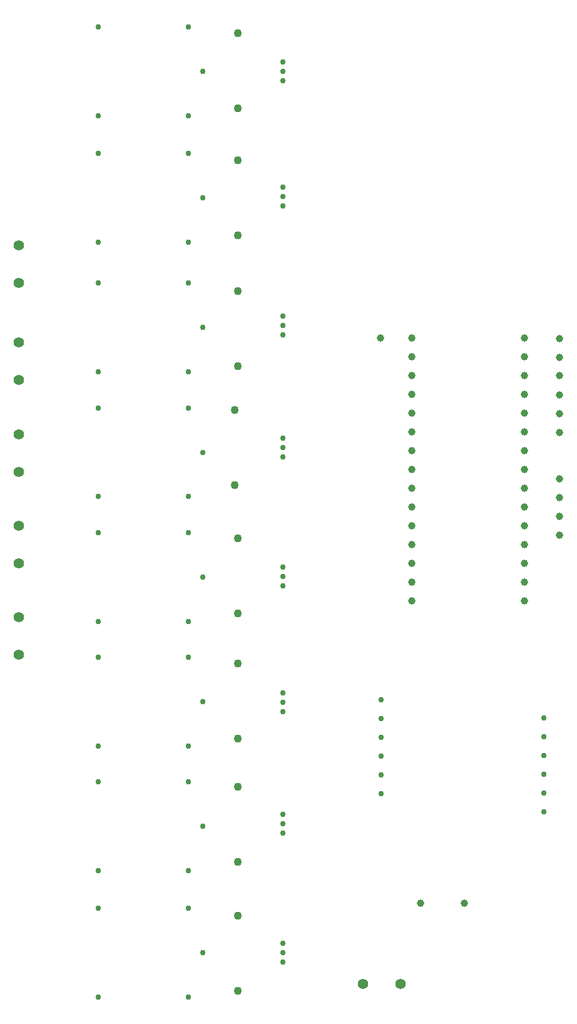
<source format=gbr>
%TF.GenerationSoftware,KiCad,Pcbnew,7.0.5*%
%TF.CreationDate,2024-04-02T13:29:24+05:30*%
%TF.ProjectId,RPFC_V0A,52504643-5f56-4304-912e-6b696361645f,rev?*%
%TF.SameCoordinates,Original*%
%TF.FileFunction,Plated,1,2,PTH,Drill*%
%TF.FilePolarity,Positive*%
%FSLAX46Y46*%
G04 Gerber Fmt 4.6, Leading zero omitted, Abs format (unit mm)*
G04 Created by KiCad (PCBNEW 7.0.5) date 2024-04-02 13:29:24*
%MOMM*%
%LPD*%
G01*
G04 APERTURE LIST*
%TA.AperFunction,ComponentDrill*%
%ADD10C,0.750000*%
%TD*%
%TA.AperFunction,ComponentDrill*%
%ADD11C,0.762000*%
%TD*%
%TA.AperFunction,ComponentDrill*%
%ADD12C,1.000000*%
%TD*%
%TA.AperFunction,ComponentDrill*%
%ADD13C,1.100000*%
%TD*%
%TA.AperFunction,ComponentDrill*%
%ADD14C,1.400000*%
%TD*%
G04 APERTURE END LIST*
D10*
%TO.C,Q1*%
X61400000Y-36230000D03*
X61400000Y-37500000D03*
X61400000Y-38770000D03*
%TO.C,Q3*%
X61400000Y-53200000D03*
X61400000Y-54470000D03*
X61400000Y-55740000D03*
%TO.C,Q4*%
X61400000Y-70660000D03*
X61400000Y-71930000D03*
X61400000Y-73200000D03*
%TO.C,Q5*%
X61400000Y-87130000D03*
X61400000Y-88400000D03*
X61400000Y-89670000D03*
%TO.C,Q6*%
X61400000Y-104600000D03*
X61400000Y-105870000D03*
X61400000Y-107140000D03*
%TO.C,Q2*%
X61400000Y-121600000D03*
X61400000Y-122870000D03*
X61400000Y-124140000D03*
%TO.C,Q8*%
X61400000Y-155460000D03*
X61400000Y-156730000D03*
X61400000Y-158000000D03*
%TO.C,Q7*%
X61440000Y-138030000D03*
X61440000Y-139300000D03*
X61440000Y-140570000D03*
D11*
%TO.C,SW1*%
X36400000Y-31500000D03*
X36400000Y-43500000D03*
%TO.C,SW2*%
X36400000Y-48590000D03*
X36400000Y-60590000D03*
%TO.C,SW3*%
X36400000Y-66130000D03*
X36400000Y-78130000D03*
%TO.C,SW4*%
X36400000Y-83040000D03*
X36400000Y-95040000D03*
%TO.C,SW5*%
X36400000Y-99900000D03*
X36400000Y-111900000D03*
%TO.C,SW6*%
X36400000Y-116800000D03*
X36400000Y-128800000D03*
%TO.C,SW7*%
X36400000Y-133650000D03*
X36400000Y-145650000D03*
%TO.C,SW8*%
X36400000Y-150700000D03*
X36400000Y-162700000D03*
%TO.C,SW1*%
X48600000Y-31500000D03*
X48600000Y-43500000D03*
%TO.C,SW2*%
X48600000Y-48590000D03*
X48600000Y-60590000D03*
%TO.C,SW3*%
X48600000Y-66130000D03*
X48600000Y-78130000D03*
%TO.C,SW4*%
X48600000Y-83040000D03*
X48600000Y-95040000D03*
%TO.C,SW5*%
X48600000Y-99900000D03*
X48600000Y-111900000D03*
%TO.C,SW6*%
X48600000Y-116800000D03*
X48600000Y-128800000D03*
%TO.C,SW7*%
X48600000Y-133650000D03*
X48600000Y-145650000D03*
%TO.C,SW8*%
X48600000Y-150700000D03*
X48600000Y-162700000D03*
%TO.C,SW1*%
X50600000Y-37500000D03*
%TO.C,SW2*%
X50600000Y-54590000D03*
%TO.C,SW3*%
X50600000Y-72130000D03*
%TO.C,SW4*%
X50600000Y-89040000D03*
%TO.C,SW5*%
X50600000Y-105900000D03*
%TO.C,SW6*%
X50600000Y-122800000D03*
%TO.C,SW7*%
X50600000Y-139650000D03*
%TO.C,SW8*%
X50600000Y-156700000D03*
%TO.C,U1*%
X74730000Y-122490000D03*
X74730000Y-125030000D03*
X74730000Y-127570000D03*
X74730000Y-130110000D03*
X74730000Y-132650000D03*
X74730000Y-135190000D03*
X96730000Y-124990000D03*
X96730000Y-127530000D03*
X96730000Y-130070000D03*
X96730000Y-132610000D03*
X96730000Y-135150000D03*
X96730000Y-137690000D03*
D12*
%TO.C,H6*%
X74615000Y-73610000D03*
%TO.C,A1*%
X78875000Y-73610000D03*
X78875000Y-76150000D03*
X78875000Y-78690000D03*
X78875000Y-81230000D03*
X78875000Y-83770000D03*
X78875000Y-86310000D03*
X78875000Y-88850000D03*
X78875000Y-91390000D03*
X78875000Y-93930000D03*
X78875000Y-96470000D03*
X78875000Y-99010000D03*
X78875000Y-101550000D03*
X78875000Y-104090000D03*
X78875000Y-106630000D03*
X78875000Y-109170000D03*
%TO.C,H10*%
X80000000Y-150000000D03*
%TO.C,H9*%
X86000000Y-150000000D03*
%TO.C,A1*%
X94115000Y-73610000D03*
X94115000Y-76150000D03*
X94115000Y-78690000D03*
X94115000Y-81230000D03*
X94115000Y-83770000D03*
X94115000Y-86310000D03*
X94115000Y-88850000D03*
X94115000Y-91390000D03*
X94115000Y-93930000D03*
X94115000Y-96470000D03*
X94115000Y-99010000D03*
X94115000Y-101550000D03*
X94115000Y-104090000D03*
X94115000Y-106630000D03*
X94115000Y-109170000D03*
%TO.C,H7*%
X98825000Y-73630000D03*
%TO.C,H8*%
X98825000Y-76170000D03*
%TO.C,H5*%
X98825000Y-78670000D03*
%TO.C,H2*%
X98825000Y-81250000D03*
%TO.C,H3*%
X98825000Y-83790000D03*
%TO.C,H4*%
X98825000Y-86330000D03*
%TO.C,H1*%
X98825000Y-92640000D03*
X98825000Y-95180000D03*
X98825000Y-97720000D03*
X98825000Y-100260000D03*
D13*
%TO.C,D4*%
X54850000Y-83360000D03*
X54850000Y-93520000D03*
%TO.C,D1*%
X55300000Y-32320000D03*
X55300000Y-42480000D03*
%TO.C,D2*%
X55300000Y-49510000D03*
X55300000Y-59670000D03*
%TO.C,D3*%
X55300000Y-67220000D03*
X55300000Y-77380000D03*
%TO.C,D5*%
X55300000Y-100720000D03*
X55300000Y-110880000D03*
%TO.C,D6*%
X55300000Y-117600000D03*
X55300000Y-127760000D03*
%TO.C,D7*%
X55300000Y-134320000D03*
X55300000Y-144480000D03*
%TO.C,D8*%
X55300000Y-151730000D03*
X55300000Y-161890000D03*
D14*
%TO.C,TB2*%
X25700000Y-61060000D03*
X25700000Y-66140000D03*
%TO.C,TB3*%
X25700000Y-74220000D03*
X25700000Y-79300000D03*
%TO.C,TB4*%
X25700000Y-86600000D03*
X25700000Y-91680000D03*
%TO.C,TB5*%
X25700000Y-98960000D03*
X25700000Y-104040000D03*
%TO.C,TB6*%
X25700000Y-111360000D03*
X25700000Y-116440000D03*
%TO.C,TB1*%
X72220000Y-160985000D03*
X77300000Y-160985000D03*
M02*

</source>
